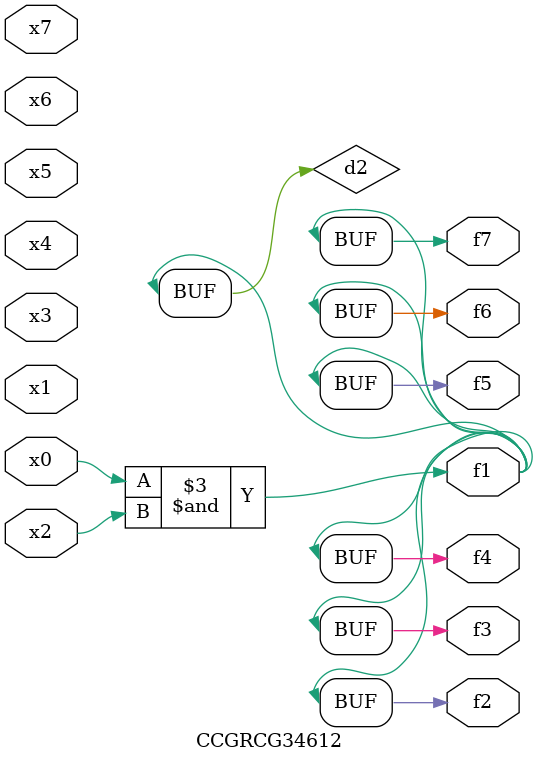
<source format=v>
module CCGRCG34612(
	input x0, x1, x2, x3, x4, x5, x6, x7,
	output f1, f2, f3, f4, f5, f6, f7
);

	wire d1, d2;

	nor (d1, x3, x6);
	and (d2, x0, x2);
	assign f1 = d2;
	assign f2 = d2;
	assign f3 = d2;
	assign f4 = d2;
	assign f5 = d2;
	assign f6 = d2;
	assign f7 = d2;
endmodule

</source>
